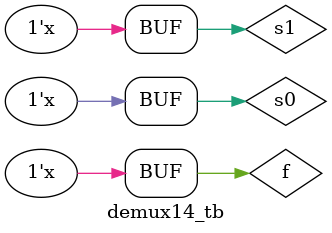
<source format=v>
`timescale 1ns / 1ps


module demux14_tb;
reg  f,s1,s0;
wire a,b,c,d;
demux14 u_demux14(
.a(a), .b(b), .c(c), .d(d), .s1(s1), .s0(s0), .f(f)
);
initial begin
    f=1'b0;
    s1=1'b0;
    s0=1'b0;  
end
always @(f or s1 or s0)begin
    f <= #80 ~f;
    s1 <= #40 ~s1;
    s0 <= #20 ~s0;
end
   

endmodule


</source>
